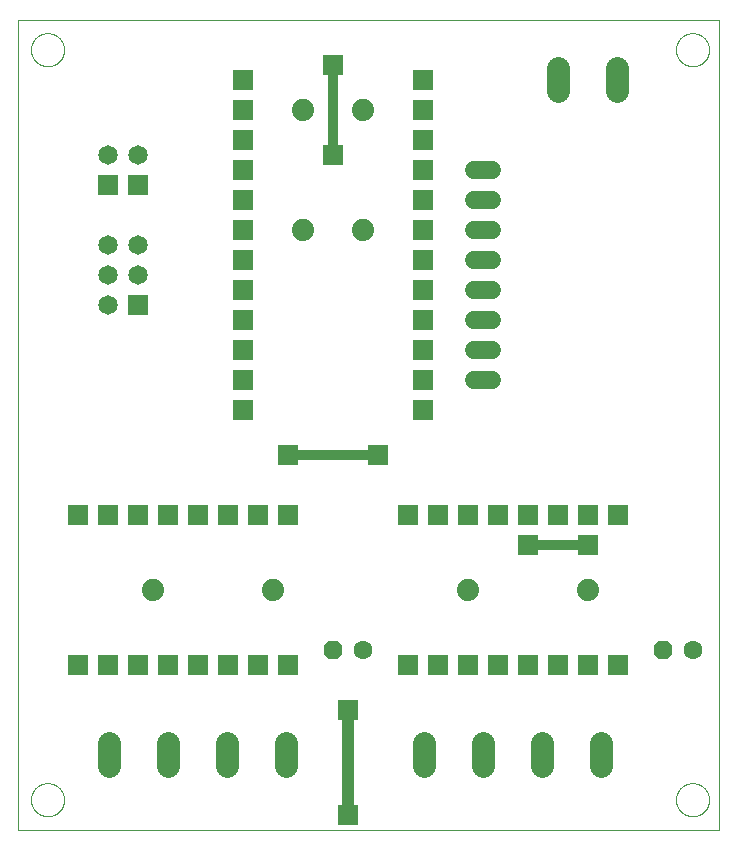
<source format=gtl>
G75*
%MOIN*%
%OFA0B0*%
%FSLAX25Y25*%
%IPPOS*%
%LPD*%
%AMOC8*
5,1,8,0,0,1.08239X$1,22.5*
%
%ADD10C,0.00000*%
%ADD11R,0.07000X0.07000*%
%ADD12C,0.07800*%
%ADD13C,0.07400*%
%ADD14C,0.06000*%
%ADD15OC8,0.06300*%
%ADD16C,0.06300*%
%ADD17R,0.06500X0.06500*%
%ADD18C,0.06500*%
%ADD19C,0.03200*%
%ADD20R,0.06600X0.06600*%
%ADD21C,0.04000*%
D10*
X0002600Y0002600D02*
X0002600Y0272561D01*
X0236301Y0272561D01*
X0236301Y0002600D01*
X0002600Y0002600D01*
X0007088Y0012600D02*
X0007090Y0012748D01*
X0007096Y0012896D01*
X0007106Y0013044D01*
X0007120Y0013191D01*
X0007138Y0013338D01*
X0007159Y0013484D01*
X0007185Y0013630D01*
X0007215Y0013775D01*
X0007248Y0013919D01*
X0007286Y0014062D01*
X0007327Y0014204D01*
X0007372Y0014345D01*
X0007420Y0014485D01*
X0007473Y0014624D01*
X0007529Y0014761D01*
X0007589Y0014896D01*
X0007652Y0015030D01*
X0007719Y0015162D01*
X0007790Y0015292D01*
X0007864Y0015420D01*
X0007941Y0015546D01*
X0008022Y0015670D01*
X0008106Y0015792D01*
X0008193Y0015911D01*
X0008284Y0016028D01*
X0008378Y0016143D01*
X0008474Y0016255D01*
X0008574Y0016365D01*
X0008676Y0016471D01*
X0008782Y0016575D01*
X0008890Y0016676D01*
X0009001Y0016774D01*
X0009114Y0016870D01*
X0009230Y0016962D01*
X0009348Y0017051D01*
X0009469Y0017136D01*
X0009592Y0017219D01*
X0009717Y0017298D01*
X0009844Y0017374D01*
X0009973Y0017446D01*
X0010104Y0017515D01*
X0010237Y0017580D01*
X0010372Y0017641D01*
X0010508Y0017699D01*
X0010645Y0017754D01*
X0010784Y0017804D01*
X0010925Y0017851D01*
X0011066Y0017894D01*
X0011209Y0017934D01*
X0011353Y0017969D01*
X0011497Y0018001D01*
X0011643Y0018028D01*
X0011789Y0018052D01*
X0011936Y0018072D01*
X0012083Y0018088D01*
X0012230Y0018100D01*
X0012378Y0018108D01*
X0012526Y0018112D01*
X0012674Y0018112D01*
X0012822Y0018108D01*
X0012970Y0018100D01*
X0013117Y0018088D01*
X0013264Y0018072D01*
X0013411Y0018052D01*
X0013557Y0018028D01*
X0013703Y0018001D01*
X0013847Y0017969D01*
X0013991Y0017934D01*
X0014134Y0017894D01*
X0014275Y0017851D01*
X0014416Y0017804D01*
X0014555Y0017754D01*
X0014692Y0017699D01*
X0014828Y0017641D01*
X0014963Y0017580D01*
X0015096Y0017515D01*
X0015227Y0017446D01*
X0015356Y0017374D01*
X0015483Y0017298D01*
X0015608Y0017219D01*
X0015731Y0017136D01*
X0015852Y0017051D01*
X0015970Y0016962D01*
X0016086Y0016870D01*
X0016199Y0016774D01*
X0016310Y0016676D01*
X0016418Y0016575D01*
X0016524Y0016471D01*
X0016626Y0016365D01*
X0016726Y0016255D01*
X0016822Y0016143D01*
X0016916Y0016028D01*
X0017007Y0015911D01*
X0017094Y0015792D01*
X0017178Y0015670D01*
X0017259Y0015546D01*
X0017336Y0015420D01*
X0017410Y0015292D01*
X0017481Y0015162D01*
X0017548Y0015030D01*
X0017611Y0014896D01*
X0017671Y0014761D01*
X0017727Y0014624D01*
X0017780Y0014485D01*
X0017828Y0014345D01*
X0017873Y0014204D01*
X0017914Y0014062D01*
X0017952Y0013919D01*
X0017985Y0013775D01*
X0018015Y0013630D01*
X0018041Y0013484D01*
X0018062Y0013338D01*
X0018080Y0013191D01*
X0018094Y0013044D01*
X0018104Y0012896D01*
X0018110Y0012748D01*
X0018112Y0012600D01*
X0018110Y0012452D01*
X0018104Y0012304D01*
X0018094Y0012156D01*
X0018080Y0012009D01*
X0018062Y0011862D01*
X0018041Y0011716D01*
X0018015Y0011570D01*
X0017985Y0011425D01*
X0017952Y0011281D01*
X0017914Y0011138D01*
X0017873Y0010996D01*
X0017828Y0010855D01*
X0017780Y0010715D01*
X0017727Y0010576D01*
X0017671Y0010439D01*
X0017611Y0010304D01*
X0017548Y0010170D01*
X0017481Y0010038D01*
X0017410Y0009908D01*
X0017336Y0009780D01*
X0017259Y0009654D01*
X0017178Y0009530D01*
X0017094Y0009408D01*
X0017007Y0009289D01*
X0016916Y0009172D01*
X0016822Y0009057D01*
X0016726Y0008945D01*
X0016626Y0008835D01*
X0016524Y0008729D01*
X0016418Y0008625D01*
X0016310Y0008524D01*
X0016199Y0008426D01*
X0016086Y0008330D01*
X0015970Y0008238D01*
X0015852Y0008149D01*
X0015731Y0008064D01*
X0015608Y0007981D01*
X0015483Y0007902D01*
X0015356Y0007826D01*
X0015227Y0007754D01*
X0015096Y0007685D01*
X0014963Y0007620D01*
X0014828Y0007559D01*
X0014692Y0007501D01*
X0014555Y0007446D01*
X0014416Y0007396D01*
X0014275Y0007349D01*
X0014134Y0007306D01*
X0013991Y0007266D01*
X0013847Y0007231D01*
X0013703Y0007199D01*
X0013557Y0007172D01*
X0013411Y0007148D01*
X0013264Y0007128D01*
X0013117Y0007112D01*
X0012970Y0007100D01*
X0012822Y0007092D01*
X0012674Y0007088D01*
X0012526Y0007088D01*
X0012378Y0007092D01*
X0012230Y0007100D01*
X0012083Y0007112D01*
X0011936Y0007128D01*
X0011789Y0007148D01*
X0011643Y0007172D01*
X0011497Y0007199D01*
X0011353Y0007231D01*
X0011209Y0007266D01*
X0011066Y0007306D01*
X0010925Y0007349D01*
X0010784Y0007396D01*
X0010645Y0007446D01*
X0010508Y0007501D01*
X0010372Y0007559D01*
X0010237Y0007620D01*
X0010104Y0007685D01*
X0009973Y0007754D01*
X0009844Y0007826D01*
X0009717Y0007902D01*
X0009592Y0007981D01*
X0009469Y0008064D01*
X0009348Y0008149D01*
X0009230Y0008238D01*
X0009114Y0008330D01*
X0009001Y0008426D01*
X0008890Y0008524D01*
X0008782Y0008625D01*
X0008676Y0008729D01*
X0008574Y0008835D01*
X0008474Y0008945D01*
X0008378Y0009057D01*
X0008284Y0009172D01*
X0008193Y0009289D01*
X0008106Y0009408D01*
X0008022Y0009530D01*
X0007941Y0009654D01*
X0007864Y0009780D01*
X0007790Y0009908D01*
X0007719Y0010038D01*
X0007652Y0010170D01*
X0007589Y0010304D01*
X0007529Y0010439D01*
X0007473Y0010576D01*
X0007420Y0010715D01*
X0007372Y0010855D01*
X0007327Y0010996D01*
X0007286Y0011138D01*
X0007248Y0011281D01*
X0007215Y0011425D01*
X0007185Y0011570D01*
X0007159Y0011716D01*
X0007138Y0011862D01*
X0007120Y0012009D01*
X0007106Y0012156D01*
X0007096Y0012304D01*
X0007090Y0012452D01*
X0007088Y0012600D01*
X0007088Y0262600D02*
X0007090Y0262748D01*
X0007096Y0262896D01*
X0007106Y0263044D01*
X0007120Y0263191D01*
X0007138Y0263338D01*
X0007159Y0263484D01*
X0007185Y0263630D01*
X0007215Y0263775D01*
X0007248Y0263919D01*
X0007286Y0264062D01*
X0007327Y0264204D01*
X0007372Y0264345D01*
X0007420Y0264485D01*
X0007473Y0264624D01*
X0007529Y0264761D01*
X0007589Y0264896D01*
X0007652Y0265030D01*
X0007719Y0265162D01*
X0007790Y0265292D01*
X0007864Y0265420D01*
X0007941Y0265546D01*
X0008022Y0265670D01*
X0008106Y0265792D01*
X0008193Y0265911D01*
X0008284Y0266028D01*
X0008378Y0266143D01*
X0008474Y0266255D01*
X0008574Y0266365D01*
X0008676Y0266471D01*
X0008782Y0266575D01*
X0008890Y0266676D01*
X0009001Y0266774D01*
X0009114Y0266870D01*
X0009230Y0266962D01*
X0009348Y0267051D01*
X0009469Y0267136D01*
X0009592Y0267219D01*
X0009717Y0267298D01*
X0009844Y0267374D01*
X0009973Y0267446D01*
X0010104Y0267515D01*
X0010237Y0267580D01*
X0010372Y0267641D01*
X0010508Y0267699D01*
X0010645Y0267754D01*
X0010784Y0267804D01*
X0010925Y0267851D01*
X0011066Y0267894D01*
X0011209Y0267934D01*
X0011353Y0267969D01*
X0011497Y0268001D01*
X0011643Y0268028D01*
X0011789Y0268052D01*
X0011936Y0268072D01*
X0012083Y0268088D01*
X0012230Y0268100D01*
X0012378Y0268108D01*
X0012526Y0268112D01*
X0012674Y0268112D01*
X0012822Y0268108D01*
X0012970Y0268100D01*
X0013117Y0268088D01*
X0013264Y0268072D01*
X0013411Y0268052D01*
X0013557Y0268028D01*
X0013703Y0268001D01*
X0013847Y0267969D01*
X0013991Y0267934D01*
X0014134Y0267894D01*
X0014275Y0267851D01*
X0014416Y0267804D01*
X0014555Y0267754D01*
X0014692Y0267699D01*
X0014828Y0267641D01*
X0014963Y0267580D01*
X0015096Y0267515D01*
X0015227Y0267446D01*
X0015356Y0267374D01*
X0015483Y0267298D01*
X0015608Y0267219D01*
X0015731Y0267136D01*
X0015852Y0267051D01*
X0015970Y0266962D01*
X0016086Y0266870D01*
X0016199Y0266774D01*
X0016310Y0266676D01*
X0016418Y0266575D01*
X0016524Y0266471D01*
X0016626Y0266365D01*
X0016726Y0266255D01*
X0016822Y0266143D01*
X0016916Y0266028D01*
X0017007Y0265911D01*
X0017094Y0265792D01*
X0017178Y0265670D01*
X0017259Y0265546D01*
X0017336Y0265420D01*
X0017410Y0265292D01*
X0017481Y0265162D01*
X0017548Y0265030D01*
X0017611Y0264896D01*
X0017671Y0264761D01*
X0017727Y0264624D01*
X0017780Y0264485D01*
X0017828Y0264345D01*
X0017873Y0264204D01*
X0017914Y0264062D01*
X0017952Y0263919D01*
X0017985Y0263775D01*
X0018015Y0263630D01*
X0018041Y0263484D01*
X0018062Y0263338D01*
X0018080Y0263191D01*
X0018094Y0263044D01*
X0018104Y0262896D01*
X0018110Y0262748D01*
X0018112Y0262600D01*
X0018110Y0262452D01*
X0018104Y0262304D01*
X0018094Y0262156D01*
X0018080Y0262009D01*
X0018062Y0261862D01*
X0018041Y0261716D01*
X0018015Y0261570D01*
X0017985Y0261425D01*
X0017952Y0261281D01*
X0017914Y0261138D01*
X0017873Y0260996D01*
X0017828Y0260855D01*
X0017780Y0260715D01*
X0017727Y0260576D01*
X0017671Y0260439D01*
X0017611Y0260304D01*
X0017548Y0260170D01*
X0017481Y0260038D01*
X0017410Y0259908D01*
X0017336Y0259780D01*
X0017259Y0259654D01*
X0017178Y0259530D01*
X0017094Y0259408D01*
X0017007Y0259289D01*
X0016916Y0259172D01*
X0016822Y0259057D01*
X0016726Y0258945D01*
X0016626Y0258835D01*
X0016524Y0258729D01*
X0016418Y0258625D01*
X0016310Y0258524D01*
X0016199Y0258426D01*
X0016086Y0258330D01*
X0015970Y0258238D01*
X0015852Y0258149D01*
X0015731Y0258064D01*
X0015608Y0257981D01*
X0015483Y0257902D01*
X0015356Y0257826D01*
X0015227Y0257754D01*
X0015096Y0257685D01*
X0014963Y0257620D01*
X0014828Y0257559D01*
X0014692Y0257501D01*
X0014555Y0257446D01*
X0014416Y0257396D01*
X0014275Y0257349D01*
X0014134Y0257306D01*
X0013991Y0257266D01*
X0013847Y0257231D01*
X0013703Y0257199D01*
X0013557Y0257172D01*
X0013411Y0257148D01*
X0013264Y0257128D01*
X0013117Y0257112D01*
X0012970Y0257100D01*
X0012822Y0257092D01*
X0012674Y0257088D01*
X0012526Y0257088D01*
X0012378Y0257092D01*
X0012230Y0257100D01*
X0012083Y0257112D01*
X0011936Y0257128D01*
X0011789Y0257148D01*
X0011643Y0257172D01*
X0011497Y0257199D01*
X0011353Y0257231D01*
X0011209Y0257266D01*
X0011066Y0257306D01*
X0010925Y0257349D01*
X0010784Y0257396D01*
X0010645Y0257446D01*
X0010508Y0257501D01*
X0010372Y0257559D01*
X0010237Y0257620D01*
X0010104Y0257685D01*
X0009973Y0257754D01*
X0009844Y0257826D01*
X0009717Y0257902D01*
X0009592Y0257981D01*
X0009469Y0258064D01*
X0009348Y0258149D01*
X0009230Y0258238D01*
X0009114Y0258330D01*
X0009001Y0258426D01*
X0008890Y0258524D01*
X0008782Y0258625D01*
X0008676Y0258729D01*
X0008574Y0258835D01*
X0008474Y0258945D01*
X0008378Y0259057D01*
X0008284Y0259172D01*
X0008193Y0259289D01*
X0008106Y0259408D01*
X0008022Y0259530D01*
X0007941Y0259654D01*
X0007864Y0259780D01*
X0007790Y0259908D01*
X0007719Y0260038D01*
X0007652Y0260170D01*
X0007589Y0260304D01*
X0007529Y0260439D01*
X0007473Y0260576D01*
X0007420Y0260715D01*
X0007372Y0260855D01*
X0007327Y0260996D01*
X0007286Y0261138D01*
X0007248Y0261281D01*
X0007215Y0261425D01*
X0007185Y0261570D01*
X0007159Y0261716D01*
X0007138Y0261862D01*
X0007120Y0262009D01*
X0007106Y0262156D01*
X0007096Y0262304D01*
X0007090Y0262452D01*
X0007088Y0262600D01*
X0222088Y0262600D02*
X0222090Y0262748D01*
X0222096Y0262896D01*
X0222106Y0263044D01*
X0222120Y0263191D01*
X0222138Y0263338D01*
X0222159Y0263484D01*
X0222185Y0263630D01*
X0222215Y0263775D01*
X0222248Y0263919D01*
X0222286Y0264062D01*
X0222327Y0264204D01*
X0222372Y0264345D01*
X0222420Y0264485D01*
X0222473Y0264624D01*
X0222529Y0264761D01*
X0222589Y0264896D01*
X0222652Y0265030D01*
X0222719Y0265162D01*
X0222790Y0265292D01*
X0222864Y0265420D01*
X0222941Y0265546D01*
X0223022Y0265670D01*
X0223106Y0265792D01*
X0223193Y0265911D01*
X0223284Y0266028D01*
X0223378Y0266143D01*
X0223474Y0266255D01*
X0223574Y0266365D01*
X0223676Y0266471D01*
X0223782Y0266575D01*
X0223890Y0266676D01*
X0224001Y0266774D01*
X0224114Y0266870D01*
X0224230Y0266962D01*
X0224348Y0267051D01*
X0224469Y0267136D01*
X0224592Y0267219D01*
X0224717Y0267298D01*
X0224844Y0267374D01*
X0224973Y0267446D01*
X0225104Y0267515D01*
X0225237Y0267580D01*
X0225372Y0267641D01*
X0225508Y0267699D01*
X0225645Y0267754D01*
X0225784Y0267804D01*
X0225925Y0267851D01*
X0226066Y0267894D01*
X0226209Y0267934D01*
X0226353Y0267969D01*
X0226497Y0268001D01*
X0226643Y0268028D01*
X0226789Y0268052D01*
X0226936Y0268072D01*
X0227083Y0268088D01*
X0227230Y0268100D01*
X0227378Y0268108D01*
X0227526Y0268112D01*
X0227674Y0268112D01*
X0227822Y0268108D01*
X0227970Y0268100D01*
X0228117Y0268088D01*
X0228264Y0268072D01*
X0228411Y0268052D01*
X0228557Y0268028D01*
X0228703Y0268001D01*
X0228847Y0267969D01*
X0228991Y0267934D01*
X0229134Y0267894D01*
X0229275Y0267851D01*
X0229416Y0267804D01*
X0229555Y0267754D01*
X0229692Y0267699D01*
X0229828Y0267641D01*
X0229963Y0267580D01*
X0230096Y0267515D01*
X0230227Y0267446D01*
X0230356Y0267374D01*
X0230483Y0267298D01*
X0230608Y0267219D01*
X0230731Y0267136D01*
X0230852Y0267051D01*
X0230970Y0266962D01*
X0231086Y0266870D01*
X0231199Y0266774D01*
X0231310Y0266676D01*
X0231418Y0266575D01*
X0231524Y0266471D01*
X0231626Y0266365D01*
X0231726Y0266255D01*
X0231822Y0266143D01*
X0231916Y0266028D01*
X0232007Y0265911D01*
X0232094Y0265792D01*
X0232178Y0265670D01*
X0232259Y0265546D01*
X0232336Y0265420D01*
X0232410Y0265292D01*
X0232481Y0265162D01*
X0232548Y0265030D01*
X0232611Y0264896D01*
X0232671Y0264761D01*
X0232727Y0264624D01*
X0232780Y0264485D01*
X0232828Y0264345D01*
X0232873Y0264204D01*
X0232914Y0264062D01*
X0232952Y0263919D01*
X0232985Y0263775D01*
X0233015Y0263630D01*
X0233041Y0263484D01*
X0233062Y0263338D01*
X0233080Y0263191D01*
X0233094Y0263044D01*
X0233104Y0262896D01*
X0233110Y0262748D01*
X0233112Y0262600D01*
X0233110Y0262452D01*
X0233104Y0262304D01*
X0233094Y0262156D01*
X0233080Y0262009D01*
X0233062Y0261862D01*
X0233041Y0261716D01*
X0233015Y0261570D01*
X0232985Y0261425D01*
X0232952Y0261281D01*
X0232914Y0261138D01*
X0232873Y0260996D01*
X0232828Y0260855D01*
X0232780Y0260715D01*
X0232727Y0260576D01*
X0232671Y0260439D01*
X0232611Y0260304D01*
X0232548Y0260170D01*
X0232481Y0260038D01*
X0232410Y0259908D01*
X0232336Y0259780D01*
X0232259Y0259654D01*
X0232178Y0259530D01*
X0232094Y0259408D01*
X0232007Y0259289D01*
X0231916Y0259172D01*
X0231822Y0259057D01*
X0231726Y0258945D01*
X0231626Y0258835D01*
X0231524Y0258729D01*
X0231418Y0258625D01*
X0231310Y0258524D01*
X0231199Y0258426D01*
X0231086Y0258330D01*
X0230970Y0258238D01*
X0230852Y0258149D01*
X0230731Y0258064D01*
X0230608Y0257981D01*
X0230483Y0257902D01*
X0230356Y0257826D01*
X0230227Y0257754D01*
X0230096Y0257685D01*
X0229963Y0257620D01*
X0229828Y0257559D01*
X0229692Y0257501D01*
X0229555Y0257446D01*
X0229416Y0257396D01*
X0229275Y0257349D01*
X0229134Y0257306D01*
X0228991Y0257266D01*
X0228847Y0257231D01*
X0228703Y0257199D01*
X0228557Y0257172D01*
X0228411Y0257148D01*
X0228264Y0257128D01*
X0228117Y0257112D01*
X0227970Y0257100D01*
X0227822Y0257092D01*
X0227674Y0257088D01*
X0227526Y0257088D01*
X0227378Y0257092D01*
X0227230Y0257100D01*
X0227083Y0257112D01*
X0226936Y0257128D01*
X0226789Y0257148D01*
X0226643Y0257172D01*
X0226497Y0257199D01*
X0226353Y0257231D01*
X0226209Y0257266D01*
X0226066Y0257306D01*
X0225925Y0257349D01*
X0225784Y0257396D01*
X0225645Y0257446D01*
X0225508Y0257501D01*
X0225372Y0257559D01*
X0225237Y0257620D01*
X0225104Y0257685D01*
X0224973Y0257754D01*
X0224844Y0257826D01*
X0224717Y0257902D01*
X0224592Y0257981D01*
X0224469Y0258064D01*
X0224348Y0258149D01*
X0224230Y0258238D01*
X0224114Y0258330D01*
X0224001Y0258426D01*
X0223890Y0258524D01*
X0223782Y0258625D01*
X0223676Y0258729D01*
X0223574Y0258835D01*
X0223474Y0258945D01*
X0223378Y0259057D01*
X0223284Y0259172D01*
X0223193Y0259289D01*
X0223106Y0259408D01*
X0223022Y0259530D01*
X0222941Y0259654D01*
X0222864Y0259780D01*
X0222790Y0259908D01*
X0222719Y0260038D01*
X0222652Y0260170D01*
X0222589Y0260304D01*
X0222529Y0260439D01*
X0222473Y0260576D01*
X0222420Y0260715D01*
X0222372Y0260855D01*
X0222327Y0260996D01*
X0222286Y0261138D01*
X0222248Y0261281D01*
X0222215Y0261425D01*
X0222185Y0261570D01*
X0222159Y0261716D01*
X0222138Y0261862D01*
X0222120Y0262009D01*
X0222106Y0262156D01*
X0222096Y0262304D01*
X0222090Y0262452D01*
X0222088Y0262600D01*
X0222088Y0012600D02*
X0222090Y0012748D01*
X0222096Y0012896D01*
X0222106Y0013044D01*
X0222120Y0013191D01*
X0222138Y0013338D01*
X0222159Y0013484D01*
X0222185Y0013630D01*
X0222215Y0013775D01*
X0222248Y0013919D01*
X0222286Y0014062D01*
X0222327Y0014204D01*
X0222372Y0014345D01*
X0222420Y0014485D01*
X0222473Y0014624D01*
X0222529Y0014761D01*
X0222589Y0014896D01*
X0222652Y0015030D01*
X0222719Y0015162D01*
X0222790Y0015292D01*
X0222864Y0015420D01*
X0222941Y0015546D01*
X0223022Y0015670D01*
X0223106Y0015792D01*
X0223193Y0015911D01*
X0223284Y0016028D01*
X0223378Y0016143D01*
X0223474Y0016255D01*
X0223574Y0016365D01*
X0223676Y0016471D01*
X0223782Y0016575D01*
X0223890Y0016676D01*
X0224001Y0016774D01*
X0224114Y0016870D01*
X0224230Y0016962D01*
X0224348Y0017051D01*
X0224469Y0017136D01*
X0224592Y0017219D01*
X0224717Y0017298D01*
X0224844Y0017374D01*
X0224973Y0017446D01*
X0225104Y0017515D01*
X0225237Y0017580D01*
X0225372Y0017641D01*
X0225508Y0017699D01*
X0225645Y0017754D01*
X0225784Y0017804D01*
X0225925Y0017851D01*
X0226066Y0017894D01*
X0226209Y0017934D01*
X0226353Y0017969D01*
X0226497Y0018001D01*
X0226643Y0018028D01*
X0226789Y0018052D01*
X0226936Y0018072D01*
X0227083Y0018088D01*
X0227230Y0018100D01*
X0227378Y0018108D01*
X0227526Y0018112D01*
X0227674Y0018112D01*
X0227822Y0018108D01*
X0227970Y0018100D01*
X0228117Y0018088D01*
X0228264Y0018072D01*
X0228411Y0018052D01*
X0228557Y0018028D01*
X0228703Y0018001D01*
X0228847Y0017969D01*
X0228991Y0017934D01*
X0229134Y0017894D01*
X0229275Y0017851D01*
X0229416Y0017804D01*
X0229555Y0017754D01*
X0229692Y0017699D01*
X0229828Y0017641D01*
X0229963Y0017580D01*
X0230096Y0017515D01*
X0230227Y0017446D01*
X0230356Y0017374D01*
X0230483Y0017298D01*
X0230608Y0017219D01*
X0230731Y0017136D01*
X0230852Y0017051D01*
X0230970Y0016962D01*
X0231086Y0016870D01*
X0231199Y0016774D01*
X0231310Y0016676D01*
X0231418Y0016575D01*
X0231524Y0016471D01*
X0231626Y0016365D01*
X0231726Y0016255D01*
X0231822Y0016143D01*
X0231916Y0016028D01*
X0232007Y0015911D01*
X0232094Y0015792D01*
X0232178Y0015670D01*
X0232259Y0015546D01*
X0232336Y0015420D01*
X0232410Y0015292D01*
X0232481Y0015162D01*
X0232548Y0015030D01*
X0232611Y0014896D01*
X0232671Y0014761D01*
X0232727Y0014624D01*
X0232780Y0014485D01*
X0232828Y0014345D01*
X0232873Y0014204D01*
X0232914Y0014062D01*
X0232952Y0013919D01*
X0232985Y0013775D01*
X0233015Y0013630D01*
X0233041Y0013484D01*
X0233062Y0013338D01*
X0233080Y0013191D01*
X0233094Y0013044D01*
X0233104Y0012896D01*
X0233110Y0012748D01*
X0233112Y0012600D01*
X0233110Y0012452D01*
X0233104Y0012304D01*
X0233094Y0012156D01*
X0233080Y0012009D01*
X0233062Y0011862D01*
X0233041Y0011716D01*
X0233015Y0011570D01*
X0232985Y0011425D01*
X0232952Y0011281D01*
X0232914Y0011138D01*
X0232873Y0010996D01*
X0232828Y0010855D01*
X0232780Y0010715D01*
X0232727Y0010576D01*
X0232671Y0010439D01*
X0232611Y0010304D01*
X0232548Y0010170D01*
X0232481Y0010038D01*
X0232410Y0009908D01*
X0232336Y0009780D01*
X0232259Y0009654D01*
X0232178Y0009530D01*
X0232094Y0009408D01*
X0232007Y0009289D01*
X0231916Y0009172D01*
X0231822Y0009057D01*
X0231726Y0008945D01*
X0231626Y0008835D01*
X0231524Y0008729D01*
X0231418Y0008625D01*
X0231310Y0008524D01*
X0231199Y0008426D01*
X0231086Y0008330D01*
X0230970Y0008238D01*
X0230852Y0008149D01*
X0230731Y0008064D01*
X0230608Y0007981D01*
X0230483Y0007902D01*
X0230356Y0007826D01*
X0230227Y0007754D01*
X0230096Y0007685D01*
X0229963Y0007620D01*
X0229828Y0007559D01*
X0229692Y0007501D01*
X0229555Y0007446D01*
X0229416Y0007396D01*
X0229275Y0007349D01*
X0229134Y0007306D01*
X0228991Y0007266D01*
X0228847Y0007231D01*
X0228703Y0007199D01*
X0228557Y0007172D01*
X0228411Y0007148D01*
X0228264Y0007128D01*
X0228117Y0007112D01*
X0227970Y0007100D01*
X0227822Y0007092D01*
X0227674Y0007088D01*
X0227526Y0007088D01*
X0227378Y0007092D01*
X0227230Y0007100D01*
X0227083Y0007112D01*
X0226936Y0007128D01*
X0226789Y0007148D01*
X0226643Y0007172D01*
X0226497Y0007199D01*
X0226353Y0007231D01*
X0226209Y0007266D01*
X0226066Y0007306D01*
X0225925Y0007349D01*
X0225784Y0007396D01*
X0225645Y0007446D01*
X0225508Y0007501D01*
X0225372Y0007559D01*
X0225237Y0007620D01*
X0225104Y0007685D01*
X0224973Y0007754D01*
X0224844Y0007826D01*
X0224717Y0007902D01*
X0224592Y0007981D01*
X0224469Y0008064D01*
X0224348Y0008149D01*
X0224230Y0008238D01*
X0224114Y0008330D01*
X0224001Y0008426D01*
X0223890Y0008524D01*
X0223782Y0008625D01*
X0223676Y0008729D01*
X0223574Y0008835D01*
X0223474Y0008945D01*
X0223378Y0009057D01*
X0223284Y0009172D01*
X0223193Y0009289D01*
X0223106Y0009408D01*
X0223022Y0009530D01*
X0222941Y0009654D01*
X0222864Y0009780D01*
X0222790Y0009908D01*
X0222719Y0010038D01*
X0222652Y0010170D01*
X0222589Y0010304D01*
X0222529Y0010439D01*
X0222473Y0010576D01*
X0222420Y0010715D01*
X0222372Y0010855D01*
X0222327Y0010996D01*
X0222286Y0011138D01*
X0222248Y0011281D01*
X0222215Y0011425D01*
X0222185Y0011570D01*
X0222159Y0011716D01*
X0222138Y0011862D01*
X0222120Y0012009D01*
X0222106Y0012156D01*
X0222096Y0012304D01*
X0222090Y0012452D01*
X0222088Y0012600D01*
D11*
X0202600Y0057600D03*
X0192600Y0057600D03*
X0182600Y0057600D03*
X0172600Y0057600D03*
X0162600Y0057600D03*
X0152600Y0057600D03*
X0142600Y0057600D03*
X0132600Y0057600D03*
X0172600Y0097600D03*
X0172600Y0107600D03*
X0162600Y0107600D03*
X0152600Y0107600D03*
X0142600Y0107600D03*
X0132600Y0107600D03*
X0122600Y0127600D03*
X0137600Y0142600D03*
X0137600Y0152600D03*
X0137600Y0162600D03*
X0137600Y0172600D03*
X0137600Y0182600D03*
X0137600Y0192600D03*
X0137600Y0202600D03*
X0137600Y0212600D03*
X0137600Y0222600D03*
X0137600Y0232600D03*
X0137600Y0242600D03*
X0137600Y0252600D03*
X0107600Y0257600D03*
X0107600Y0227600D03*
X0077600Y0222600D03*
X0077600Y0212600D03*
X0077600Y0202600D03*
X0077600Y0192600D03*
X0077600Y0182600D03*
X0077600Y0172600D03*
X0077600Y0162600D03*
X0077600Y0152600D03*
X0077600Y0142600D03*
X0092600Y0127600D03*
X0092600Y0107600D03*
X0082600Y0107600D03*
X0072600Y0107600D03*
X0062600Y0107600D03*
X0052600Y0107600D03*
X0042600Y0107600D03*
X0032600Y0107600D03*
X0022600Y0107600D03*
X0022600Y0057600D03*
X0032600Y0057600D03*
X0042600Y0057600D03*
X0052600Y0057600D03*
X0062600Y0057600D03*
X0072600Y0057600D03*
X0082600Y0057600D03*
X0092600Y0057600D03*
X0182600Y0107600D03*
X0192600Y0107600D03*
X0192600Y0097600D03*
X0202600Y0107600D03*
X0077600Y0232600D03*
X0077600Y0242600D03*
X0077600Y0252600D03*
D12*
X0182700Y0256500D02*
X0182700Y0248700D01*
X0202500Y0248700D02*
X0202500Y0256500D01*
X0197200Y0031500D02*
X0197200Y0023700D01*
X0177400Y0023700D02*
X0177400Y0031500D01*
X0157800Y0031500D02*
X0157800Y0023700D01*
X0138000Y0023700D02*
X0138000Y0031500D01*
X0092200Y0031500D02*
X0092200Y0023700D01*
X0072400Y0023700D02*
X0072400Y0031500D01*
X0052800Y0031500D02*
X0052800Y0023700D01*
X0033000Y0023700D02*
X0033000Y0031500D01*
D13*
X0047600Y0082600D03*
X0087600Y0082600D03*
X0152600Y0082600D03*
X0192600Y0082600D03*
X0117600Y0202600D03*
X0097600Y0202600D03*
X0097600Y0242600D03*
X0117600Y0242600D03*
D14*
X0154600Y0222600D02*
X0160600Y0222600D01*
X0160600Y0212600D02*
X0154600Y0212600D01*
X0154600Y0202600D02*
X0160600Y0202600D01*
X0160600Y0192600D02*
X0154600Y0192600D01*
X0154600Y0182600D02*
X0160600Y0182600D01*
X0160600Y0172600D02*
X0154600Y0172600D01*
X0154600Y0162600D02*
X0160600Y0162600D01*
X0160600Y0152600D02*
X0154600Y0152600D01*
D15*
X0107600Y0062600D03*
X0217600Y0062600D03*
D16*
X0227600Y0062600D03*
X0117600Y0062600D03*
D17*
X0042600Y0177600D03*
X0042600Y0217600D03*
X0032600Y0217600D03*
D18*
X0032600Y0227600D03*
X0042600Y0227600D03*
X0042600Y0197600D03*
X0042600Y0187600D03*
X0032600Y0187600D03*
X0032600Y0197600D03*
X0032600Y0177600D03*
D19*
X0092600Y0127600D02*
X0122600Y0127600D01*
X0172600Y0097600D02*
X0192600Y0097600D01*
X0107600Y0227600D02*
X0107600Y0257600D01*
D20*
X0112600Y0042600D03*
X0112600Y0007600D03*
D21*
X0112600Y0042600D01*
M02*

</source>
